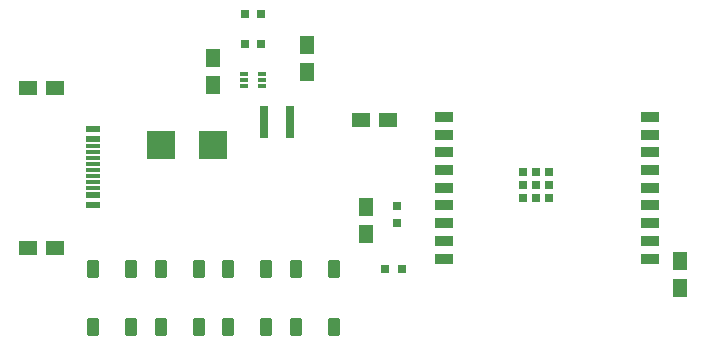
<source format=gbr>
%TF.GenerationSoftware,Altium Limited,Altium Designer,24.0.1 (36)*%
G04 Layer_Color=8421504*
%FSLAX45Y45*%
%MOMM*%
%TF.SameCoordinates,A01A54B3-6B64-4A67-9B29-D4FC54FCECB2*%
%TF.FilePolarity,Positive*%
%TF.FileFunction,Paste,Top*%
%TF.Part,Single*%
G01*
G75*
%TA.AperFunction,SMDPad,CuDef*%
%ADD10R,2.40000X2.40000*%
%TA.AperFunction,BGAPad,CuDef*%
%ADD15R,0.70000X0.70000*%
%TA.AperFunction,SMDPad,CuDef*%
%ADD16R,1.50000X0.90000*%
%ADD18R,0.80000X2.70000*%
%TA.AperFunction,ConnectorPad*%
%ADD20R,1.15000X0.30000*%
%ADD21R,1.15000X0.60000*%
%TA.AperFunction,SMDPad,CuDef*%
G04:AMPARAMS|DCode=65|XSize=0.722mm|YSize=0.722mm|CornerRadius=0.0181mm|HoleSize=0mm|Usage=FLASHONLY|Rotation=180.000|XOffset=0mm|YOffset=0mm|HoleType=Round|Shape=RoundedRectangle|*
%AMROUNDEDRECTD65*
21,1,0.72200,0.68580,0,0,180.0*
21,1,0.68580,0.72200,0,0,180.0*
1,1,0.03620,-0.34290,0.34290*
1,1,0.03620,0.34290,0.34290*
1,1,0.03620,0.34290,-0.34290*
1,1,0.03620,-0.34290,-0.34290*
%
%ADD65ROUNDEDRECTD65*%
G04:AMPARAMS|DCode=66|XSize=1.484mm|YSize=1.23mm|CornerRadius=0.07525mm|HoleSize=0mm|Usage=FLASHONLY|Rotation=90.000|XOffset=0mm|YOffset=0mm|HoleType=Round|Shape=RoundedRectangle|*
%AMROUNDEDRECTD66*
21,1,1.48400,1.07950,0,0,90.0*
21,1,1.33350,1.23000,0,0,90.0*
1,1,0.15050,0.53975,0.66675*
1,1,0.15050,0.53975,-0.66675*
1,1,0.15050,-0.53975,-0.66675*
1,1,0.15050,-0.53975,0.66675*
%
%ADD66ROUNDEDRECTD66*%
G04:AMPARAMS|DCode=67|XSize=0.722mm|YSize=0.722mm|CornerRadius=0.0181mm|HoleSize=0mm|Usage=FLASHONLY|Rotation=90.000|XOffset=0mm|YOffset=0mm|HoleType=Round|Shape=RoundedRectangle|*
%AMROUNDEDRECTD67*
21,1,0.72200,0.68580,0,0,90.0*
21,1,0.68580,0.72200,0,0,90.0*
1,1,0.03620,0.34290,0.34290*
1,1,0.03620,0.34290,-0.34290*
1,1,0.03620,-0.34290,-0.34290*
1,1,0.03620,-0.34290,0.34290*
%
%ADD67ROUNDEDRECTD67*%
G04:AMPARAMS|DCode=68|XSize=1.484mm|YSize=1.23mm|CornerRadius=0.07525mm|HoleSize=0mm|Usage=FLASHONLY|Rotation=180.000|XOffset=0mm|YOffset=0mm|HoleType=Round|Shape=RoundedRectangle|*
%AMROUNDEDRECTD68*
21,1,1.48400,1.07950,0,0,180.0*
21,1,1.33350,1.23000,0,0,180.0*
1,1,0.15050,-0.66675,0.53975*
1,1,0.15050,0.66675,0.53975*
1,1,0.15050,0.66675,-0.53975*
1,1,0.15050,-0.66675,-0.53975*
%
%ADD68ROUNDEDRECTD68*%
G04:AMPARAMS|DCode=69|XSize=0.96mm|YSize=1.46mm|CornerRadius=0.055mm|HoleSize=0mm|Usage=FLASHONLY|Rotation=0.000|XOffset=0mm|YOffset=0mm|HoleType=Round|Shape=RoundedRectangle|*
%AMROUNDEDRECTD69*
21,1,0.96000,1.35000,0,0,0.0*
21,1,0.85000,1.46000,0,0,0.0*
1,1,0.11000,0.42500,-0.67500*
1,1,0.11000,-0.42500,-0.67500*
1,1,0.11000,-0.42500,0.67500*
1,1,0.11000,0.42500,0.67500*
%
%ADD69ROUNDEDRECTD69*%
G04:AMPARAMS|DCode=70|XSize=0.62mm|YSize=0.27mm|CornerRadius=0.00325mm|HoleSize=0mm|Usage=FLASHONLY|Rotation=0.000|XOffset=0mm|YOffset=0mm|HoleType=Round|Shape=RoundedRectangle|*
%AMROUNDEDRECTD70*
21,1,0.62000,0.26350,0,0,0.0*
21,1,0.61350,0.27000,0,0,0.0*
1,1,0.00650,0.30675,-0.13175*
1,1,0.00650,-0.30675,-0.13175*
1,1,0.00650,-0.30675,0.13175*
1,1,0.00650,0.30675,0.13175*
%
%ADD70ROUNDEDRECTD70*%
D10*
X1300480Y1684020D02*
D03*
X1740480D02*
D03*
D15*
X4586000Y1456000D02*
D03*
X4476000D02*
D03*
X4366000D02*
D03*
Y1236000D02*
D03*
X4476000D02*
D03*
X4586000D02*
D03*
Y1346000D02*
D03*
X4366000D02*
D03*
X4476000D02*
D03*
D16*
X3697000Y726000D02*
D03*
Y876000D02*
D03*
Y1026000D02*
D03*
Y1176000D02*
D03*
Y1326000D02*
D03*
Y1476000D02*
D03*
Y1626000D02*
D03*
Y1776000D02*
D03*
Y1926000D02*
D03*
X5447000D02*
D03*
Y1776000D02*
D03*
Y1626000D02*
D03*
Y1476000D02*
D03*
Y1326000D02*
D03*
Y1176000D02*
D03*
Y1026000D02*
D03*
Y876000D02*
D03*
Y726000D02*
D03*
D18*
X2176000Y1879600D02*
D03*
X2396000D02*
D03*
D20*
X725500Y1675000D02*
D03*
Y1625000D02*
D03*
Y1575000D02*
D03*
Y1325000D02*
D03*
Y1375000D02*
D03*
Y1425000D02*
D03*
Y1525000D02*
D03*
Y1475000D02*
D03*
D21*
Y1260000D02*
D03*
Y1740000D02*
D03*
Y1180000D02*
D03*
Y1820000D02*
D03*
D65*
X3341150Y636050D02*
D03*
X3201450D02*
D03*
X2012950Y2540000D02*
D03*
X2152650D02*
D03*
Y2794000D02*
D03*
X2012950D02*
D03*
D66*
X3040355Y1160780D02*
D03*
Y932180D02*
D03*
X1740160Y2422340D02*
D03*
Y2193740D02*
D03*
X2540000Y2530100D02*
D03*
Y2301500D02*
D03*
X5697220Y477520D02*
D03*
Y706120D02*
D03*
D67*
X3302000Y1168400D02*
D03*
Y1028700D02*
D03*
D68*
X3000000Y1900000D02*
D03*
X3228600D02*
D03*
X403860Y2166620D02*
D03*
X175260D02*
D03*
X406400Y812800D02*
D03*
X177800D02*
D03*
D69*
X1051500Y637880D02*
D03*
Y147880D02*
D03*
X731500Y637880D02*
D03*
Y147880D02*
D03*
X1874500D02*
D03*
Y637880D02*
D03*
X2194500Y147880D02*
D03*
Y637880D02*
D03*
X1623000D02*
D03*
Y147880D02*
D03*
X1303000Y637880D02*
D03*
Y147880D02*
D03*
X2446000D02*
D03*
Y637880D02*
D03*
X2766000Y147880D02*
D03*
Y637880D02*
D03*
D70*
X2009300Y2285200D02*
D03*
Y2235200D02*
D03*
Y2185200D02*
D03*
X2156300D02*
D03*
Y2235200D02*
D03*
Y2285200D02*
D03*
%TF.MD5,009fe616882529e574b22d8abf860583*%
M02*

</source>
